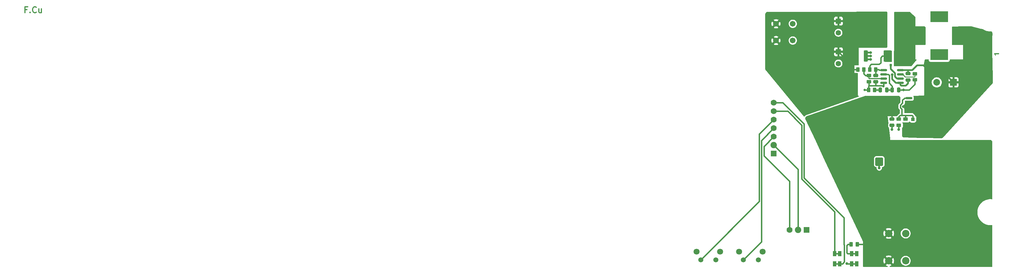
<source format=gbr>
%TF.GenerationSoftware,KiCad,Pcbnew,8.0.7-8.0.7-0~ubuntu24.04.1*%
%TF.CreationDate,2025-01-13T21:05:38-08:00*%
%TF.ProjectId,NX-J401-Adapter,4e582d4a-3430-4312-9d41-646170746572,4*%
%TF.SameCoordinates,Original*%
%TF.FileFunction,Copper,L1,Top*%
%TF.FilePolarity,Positive*%
%FSLAX46Y46*%
G04 Gerber Fmt 4.6, Leading zero omitted, Abs format (unit mm)*
G04 Created by KiCad (PCBNEW 8.0.7-8.0.7-0~ubuntu24.04.1) date 2025-01-13 21:05:38*
%MOMM*%
%LPD*%
G01*
G04 APERTURE LIST*
G04 Aperture macros list*
%AMRoundRect*
0 Rectangle with rounded corners*
0 $1 Rounding radius*
0 $2 $3 $4 $5 $6 $7 $8 $9 X,Y pos of 4 corners*
0 Add a 4 corners polygon primitive as box body*
4,1,4,$2,$3,$4,$5,$6,$7,$8,$9,$2,$3,0*
0 Add four circle primitives for the rounded corners*
1,1,$1+$1,$2,$3*
1,1,$1+$1,$4,$5*
1,1,$1+$1,$6,$7*
1,1,$1+$1,$8,$9*
0 Add four rect primitives between the rounded corners*
20,1,$1+$1,$2,$3,$4,$5,0*
20,1,$1+$1,$4,$5,$6,$7,0*
20,1,$1+$1,$6,$7,$8,$9,0*
20,1,$1+$1,$8,$9,$2,$3,0*%
%AMFreePoly0*
4,1,18,2.145000,-2.250000,-2.145000,-2.250000,-2.805000,-2.250000,-2.805000,-1.590000,-2.145000,-1.590000,-2.145000,-0.970000,-2.805000,-0.970000,-2.805000,-0.310000,-2.145000,-0.310000,-2.145000,0.310000,-2.805000,0.310000,-2.805000,0.970000,-2.145000,0.970000,-2.145000,1.590000,-2.805000,1.590000,-2.805000,2.250000,2.145000,2.250000,2.145000,-2.250000,2.145000,-2.250000,$1*%
G04 Aperture macros list end*
%ADD10C,0.300000*%
%TA.AperFunction,NonConductor*%
%ADD11C,0.300000*%
%TD*%
%TA.AperFunction,SMDPad,CuDef*%
%ADD12RoundRect,0.250000X2.050000X0.300000X-2.050000X0.300000X-2.050000X-0.300000X2.050000X-0.300000X0*%
%TD*%
%TA.AperFunction,SMDPad,CuDef*%
%ADD13RoundRect,0.250000X2.025000X2.375000X-2.025000X2.375000X-2.025000X-2.375000X2.025000X-2.375000X0*%
%TD*%
%TA.AperFunction,SMDPad,CuDef*%
%ADD14RoundRect,0.250002X4.449998X5.149998X-4.449998X5.149998X-4.449998X-5.149998X4.449998X-5.149998X0*%
%TD*%
%TA.AperFunction,SMDPad,CuDef*%
%ADD15R,0.750000X0.660000*%
%TD*%
%TA.AperFunction,SMDPad,CuDef*%
%ADD16FreePoly0,180.000000*%
%TD*%
%TA.AperFunction,SMDPad,CuDef*%
%ADD17RoundRect,0.250000X-0.450000X0.262500X-0.450000X-0.262500X0.450000X-0.262500X0.450000X0.262500X0*%
%TD*%
%TA.AperFunction,SMDPad,CuDef*%
%ADD18R,1.090000X1.500000*%
%TD*%
%TA.AperFunction,ComponentPad*%
%ADD19R,1.600000X1.600000*%
%TD*%
%TA.AperFunction,ComponentPad*%
%ADD20C,1.600000*%
%TD*%
%TA.AperFunction,ComponentPad*%
%ADD21C,1.498600*%
%TD*%
%TA.AperFunction,ComponentPad*%
%ADD22C,1.803400*%
%TD*%
%TA.AperFunction,SMDPad,CuDef*%
%ADD23RoundRect,0.250000X-0.475000X0.250000X-0.475000X-0.250000X0.475000X-0.250000X0.475000X0.250000X0*%
%TD*%
%TA.AperFunction,ComponentPad*%
%ADD24C,2.200000*%
%TD*%
%TA.AperFunction,SMDPad,CuDef*%
%ADD25RoundRect,0.250000X0.450000X-0.262500X0.450000X0.262500X-0.450000X0.262500X-0.450000X-0.262500X0*%
%TD*%
%TA.AperFunction,SMDPad,CuDef*%
%ADD26RoundRect,0.250000X0.262500X0.450000X-0.262500X0.450000X-0.262500X-0.450000X0.262500X-0.450000X0*%
%TD*%
%TA.AperFunction,ComponentPad*%
%ADD27R,1.778000X1.778000*%
%TD*%
%TA.AperFunction,ComponentPad*%
%ADD28C,1.905000*%
%TD*%
%TA.AperFunction,ComponentPad*%
%ADD29C,1.778000*%
%TD*%
%TA.AperFunction,SMDPad,CuDef*%
%ADD30RoundRect,0.150000X0.825000X0.150000X-0.825000X0.150000X-0.825000X-0.150000X0.825000X-0.150000X0*%
%TD*%
%TA.AperFunction,SMDPad,CuDef*%
%ADD31RoundRect,0.250000X0.900000X-1.000000X0.900000X1.000000X-0.900000X1.000000X-0.900000X-1.000000X0*%
%TD*%
%TA.AperFunction,SMDPad,CuDef*%
%ADD32RoundRect,0.250000X-0.262500X-0.450000X0.262500X-0.450000X0.262500X0.450000X-0.262500X0.450000X0*%
%TD*%
%TA.AperFunction,ComponentPad*%
%ADD33R,2.000000X2.000000*%
%TD*%
%TA.AperFunction,ComponentPad*%
%ADD34C,2.000000*%
%TD*%
%TA.AperFunction,SMDPad,CuDef*%
%ADD35RoundRect,0.250000X0.300000X-0.300000X0.300000X0.300000X-0.300000X0.300000X-0.300000X-0.300000X0*%
%TD*%
%TA.AperFunction,ComponentPad*%
%ADD36C,1.701800*%
%TD*%
%TA.AperFunction,SMDPad,CuDef*%
%ADD37RoundRect,0.150000X-0.825000X-0.150000X0.825000X-0.150000X0.825000X0.150000X-0.825000X0.150000X0*%
%TD*%
%TA.AperFunction,SMDPad,CuDef*%
%ADD38RoundRect,0.250000X-0.362500X-1.425000X0.362500X-1.425000X0.362500X1.425000X-0.362500X1.425000X0*%
%TD*%
%TA.AperFunction,SMDPad,CuDef*%
%ADD39RoundRect,0.250000X0.250000X0.475000X-0.250000X0.475000X-0.250000X-0.475000X0.250000X-0.475000X0*%
%TD*%
%TA.AperFunction,SMDPad,CuDef*%
%ADD40RoundRect,0.250000X-0.250000X-0.475000X0.250000X-0.475000X0.250000X0.475000X-0.250000X0.475000X0*%
%TD*%
%TA.AperFunction,SMDPad,CuDef*%
%ADD41R,3.265000X5.210000*%
%TD*%
%TA.AperFunction,SMDPad,CuDef*%
%ADD42R,5.210000X3.275000*%
%TD*%
%TA.AperFunction,ViaPad*%
%ADD43C,0.812800*%
%TD*%
%TA.AperFunction,ViaPad*%
%ADD44C,0.711200*%
%TD*%
%TA.AperFunction,Conductor*%
%ADD45C,0.254000*%
%TD*%
%TA.AperFunction,Conductor*%
%ADD46C,0.381000*%
%TD*%
%TA.AperFunction,Conductor*%
%ADD47C,0.508000*%
%TD*%
%TA.AperFunction,Conductor*%
%ADD48C,0.762000*%
%TD*%
%TA.AperFunction,Conductor*%
%ADD49C,0.304800*%
%TD*%
G04 APERTURE END LIST*
D10*
D11*
G36*
X323595000Y-94382815D02*
G01*
X323595000Y-94699720D01*
X322738073Y-94699720D01*
X322662367Y-94698687D01*
X322597023Y-94696789D01*
X322519867Y-94693940D01*
X322443517Y-94691294D01*
X322488213Y-94736723D01*
X322538663Y-94793063D01*
X322545000Y-94800471D01*
X322682020Y-94972662D01*
X322492976Y-95126168D01*
X322094371Y-94642934D01*
X322094371Y-94382815D01*
X323595000Y-94382815D01*
G37*
D10*
D11*
X33217368Y-81385474D02*
X32624701Y-81385474D01*
X32624701Y-82316807D02*
X32624701Y-80538807D01*
X32624701Y-80538807D02*
X33471368Y-80538807D01*
X34148701Y-82147474D02*
X34233368Y-82232141D01*
X34233368Y-82232141D02*
X34148701Y-82316807D01*
X34148701Y-82316807D02*
X34064034Y-82232141D01*
X34064034Y-82232141D02*
X34148701Y-82147474D01*
X34148701Y-82147474D02*
X34148701Y-82316807D01*
X36011368Y-82147474D02*
X35926701Y-82232141D01*
X35926701Y-82232141D02*
X35672701Y-82316807D01*
X35672701Y-82316807D02*
X35503368Y-82316807D01*
X35503368Y-82316807D02*
X35249368Y-82232141D01*
X35249368Y-82232141D02*
X35080035Y-82062807D01*
X35080035Y-82062807D02*
X34995368Y-81893474D01*
X34995368Y-81893474D02*
X34910701Y-81554807D01*
X34910701Y-81554807D02*
X34910701Y-81300807D01*
X34910701Y-81300807D02*
X34995368Y-80962141D01*
X34995368Y-80962141D02*
X35080035Y-80792807D01*
X35080035Y-80792807D02*
X35249368Y-80623474D01*
X35249368Y-80623474D02*
X35503368Y-80538807D01*
X35503368Y-80538807D02*
X35672701Y-80538807D01*
X35672701Y-80538807D02*
X35926701Y-80623474D01*
X35926701Y-80623474D02*
X36011368Y-80708141D01*
X37535368Y-81131474D02*
X37535368Y-82316807D01*
X36773368Y-81131474D02*
X36773368Y-82062807D01*
X36773368Y-82062807D02*
X36858035Y-82232141D01*
X36858035Y-82232141D02*
X37027368Y-82316807D01*
X37027368Y-82316807D02*
X37281368Y-82316807D01*
X37281368Y-82316807D02*
X37450701Y-82232141D01*
X37450701Y-82232141D02*
X37535368Y-82147474D01*
D12*
%TO.P,D1,1,A*%
%TO.N,/Power Supply/SW*%
X294640000Y-89916000D03*
D13*
%TO.P,D1,2,K*%
%TO.N,/+18V_OUT*%
X287915000Y-90151000D03*
X287915000Y-84601000D03*
D14*
X285490000Y-87376000D03*
D13*
X283065000Y-90151000D03*
X283065000Y-84601000D03*
D12*
%TO.P,D1,3,A*%
%TO.N,/Power Supply/SW*%
X294640000Y-84836000D03*
%TD*%
D15*
%TO.P,Q1,1,S*%
%TO.N,/Power Supply/Q_S*%
X291195000Y-94092000D03*
%TO.P,Q1,2,S*%
X291195000Y-95372000D03*
%TO.P,Q1,3,S*%
X291195000Y-96652000D03*
%TO.P,Q1,4,G*%
%TO.N,Net-(Q1-G)*%
X291195000Y-97932000D03*
D16*
%TO.P,Q1,5,D*%
%TO.N,/Power Supply/SW*%
X294265000Y-96012000D03*
%TD*%
D17*
%TO.P,R8,1*%
%TO.N,Net-(D2-A)*%
X295656000Y-114149500D03*
%TO.P,R8,2*%
%TO.N,/Power Supply/V_IN*%
X295656000Y-115974500D03*
%TD*%
D18*
%TO.P,D5,1,Red-K*%
%TO.N,Net-(D5A-Red-K)*%
X281027000Y-154432000D03*
%TO.P,D5,2,RedA*%
%TO.N,GND*%
X281027000Y-157432000D03*
%TO.P,D5,3,Green-A*%
%TO.N,Net-(D5A-Red-K)*%
X279527000Y-154432000D03*
%TO.P,D5,4,Green-K*%
%TO.N,GND*%
X279527000Y-157432000D03*
%TD*%
D19*
%TO.P,C2,1*%
%TO.N,/+18V_OUT*%
X275590000Y-93980000D03*
D20*
%TO.P,C2,2*%
%TO.N,GND*%
X275590000Y-97480000D03*
%TD*%
D21*
%TO.P,SW1,1,1*%
%TO.N,/~{REC}*%
X234478000Y-156285700D03*
%TO.P,SW1,2,2*%
%TO.N,/RTN*%
X238978001Y-156285700D03*
D22*
%TO.P,SW1,3*%
%TO.N,N/C*%
X233228001Y-153785824D03*
%TO.P,SW1,4*%
X240228000Y-153785824D03*
%TD*%
D23*
%TO.P,C8,1*%
%TO.N,/V_BAT*%
X291592000Y-114112000D03*
%TO.P,C8,2*%
%TO.N,GND*%
X291592000Y-116012000D03*
%TD*%
D19*
%TO.P,C1,1*%
%TO.N,/+18V_OUT*%
X275590000Y-84785200D03*
D20*
%TO.P,C1,2*%
%TO.N,GND*%
X275590000Y-88285200D03*
%TD*%
D24*
%TO.P,J4,1,Pin_1*%
%TO.N,/V_BAT*%
X290601400Y-148365600D03*
X290601400Y-156565600D03*
%TO.P,J4,2,Pin_2*%
%TO.N,GND*%
X295681400Y-148365600D03*
X295681400Y-156565600D03*
%TD*%
D25*
%TO.P,R5,1*%
%TO.N,GND*%
X284708600Y-102918900D03*
%TO.P,R5,2*%
%TO.N,Net-(U1-FB)*%
X284708600Y-101093900D03*
%TD*%
D26*
%TO.P,R2,1*%
%TO.N,Net-(U1-FB)*%
X283182700Y-99288600D03*
%TO.P,R2,2*%
%TO.N,/+18V_OUT*%
X281357700Y-99288600D03*
%TD*%
D27*
%TO.P,J3,1,Pin_1*%
%TO.N,/RTN*%
X266065000Y-147320000D03*
D28*
%TO.P,J3,2,Pin_2*%
%TO.N,/UART2_RXD*%
X263525000Y-147320000D03*
D29*
%TO.P,J3,3,Pin_3*%
%TO.N,/UART2_TXD*%
X260985000Y-147320000D03*
%TD*%
D30*
%TO.P,Q2,1,S*%
%TO.N,/Power Supply/V_IN*%
X296607000Y-111633000D03*
%TO.P,Q2,2,S*%
X296607000Y-110363000D03*
%TO.P,Q2,3,S*%
X296607000Y-109093000D03*
%TO.P,Q2,4,G*%
%TO.N,Net-(D2-A)*%
X296607000Y-107823000D03*
%TO.P,Q2,5,D*%
%TO.N,/V_BAT*%
X291657000Y-107823000D03*
%TO.P,Q2,6,D*%
X291657000Y-109093000D03*
%TO.P,Q2,7,D*%
X291657000Y-110363000D03*
%TO.P,Q2,8,D*%
X291657000Y-111633000D03*
%TD*%
D21*
%TO.P,SW2,1,1*%
%TO.N,/~{SYS_RESET}*%
X247178000Y-156285700D03*
%TO.P,SW2,2,2*%
%TO.N,/RTN*%
X251678001Y-156285700D03*
D22*
%TO.P,SW2,3*%
%TO.N,N/C*%
X245928001Y-153785824D03*
%TO.P,SW2,4*%
X252928000Y-153785824D03*
%TD*%
D31*
%TO.P,D3,1,A1*%
%TO.N,GND*%
X287782000Y-126864000D03*
%TO.P,D3,2,A2*%
%TO.N,/V_BAT*%
X287782000Y-122564000D03*
%TD*%
D25*
%TO.P,R4,1*%
%TO.N,GND*%
X298450000Y-102385540D03*
%TO.P,R4,2*%
%TO.N,Net-(U1-FA{slash}SD)*%
X298450000Y-100560540D03*
%TD*%
D27*
%TO.P,J2,1,Pin_1*%
%TO.N,/RTN*%
X256272500Y-124460000D03*
D28*
%TO.P,J2,2,Pin_2*%
%TO.N,/UART2_RXD*%
X256272500Y-121920000D03*
D29*
%TO.P,J2,3,Pin_3*%
%TO.N,/UART2_TXD*%
X256272500Y-119380000D03*
%TO.P,J2,4,Pin_4*%
%TO.N,/~{SYS_RESET}*%
X256272500Y-116840000D03*
%TO.P,J2,5,Pin_5*%
%TO.N,/~{REC}*%
X256272500Y-114300000D03*
%TO.P,J2,6,Pin_6*%
%TO.N,Net-(D4A-Red-K)*%
X256272500Y-111760000D03*
%TO.P,J2,7,Pin_7*%
%TO.N,Net-(D4A-RedA)*%
X256272500Y-109220000D03*
%TD*%
D32*
%TO.P,R9,1*%
%TO.N,Net-(D5A-Red-K)*%
X279376500Y-151663400D03*
%TO.P,R9,2*%
%TO.N,/V_BAT*%
X281201500Y-151663400D03*
%TD*%
D33*
%TO.P,C5,1*%
%TO.N,/Power Supply/V_IN*%
X309961677Y-103124000D03*
D34*
%TO.P,C5,2*%
%TO.N,GND*%
X304961677Y-103124000D03*
%TD*%
D35*
%TO.P,D2,1,K*%
%TO.N,/Power Supply/V_IN*%
X297815000Y-116970000D03*
%TO.P,D2,2,A*%
%TO.N,Net-(D2-A)*%
X297815000Y-114170000D03*
%TD*%
D36*
%TO.P,J1,1,Pin_1*%
%TO.N,/+18V_OUT*%
X256946400Y-85594200D03*
X256946400Y-90594200D03*
%TO.P,J1,2,Pin_2*%
%TO.N,GND*%
X261946400Y-85594200D03*
X261946400Y-90594200D03*
%TD*%
D37*
%TO.P,U1,1,I_{SEN}*%
%TO.N,Net-(U1-I_{SEN})*%
X289117000Y-99441000D03*
%TO.P,U1,2,COMP*%
%TO.N,Net-(U1-COMP)*%
X289117000Y-100711000D03*
%TO.P,U1,3,FB*%
%TO.N,Net-(U1-FB)*%
X289117000Y-101981000D03*
%TO.P,U1,4,AGND*%
%TO.N,GND*%
X289117000Y-103251000D03*
%TO.P,U1,5,PGND*%
X294067000Y-103251000D03*
%TO.P,U1,6,DR*%
%TO.N,Net-(Q1-G)*%
X294067000Y-101981000D03*
%TO.P,U1,7,FA/SD*%
%TO.N,Net-(U1-FA{slash}SD)*%
X294067000Y-100711000D03*
%TO.P,U1,8,V_{IN}*%
%TO.N,/Power Supply/V_IN*%
X294067000Y-99441000D03*
%TD*%
D32*
%TO.P,R6,1*%
%TO.N,GND*%
X284583500Y-105410000D03*
%TO.P,R6,2*%
%TO.N,Net-(C6-Pad2)*%
X286408500Y-105410000D03*
%TD*%
D38*
%TO.P,R1,1*%
%TO.N,GND*%
X283803500Y-95250000D03*
%TO.P,R1,2*%
%TO.N,/Power Supply/Q_S*%
X289728500Y-95250000D03*
%TD*%
D32*
%TO.P,R3,1*%
%TO.N,/Power Supply/Q_S*%
X284915600Y-99288600D03*
%TO.P,R3,2*%
%TO.N,Net-(U1-I_{SEN})*%
X286740600Y-99288600D03*
%TD*%
D39*
%TO.P,C6,1*%
%TO.N,Net-(U1-COMP)*%
X290002000Y-105410000D03*
%TO.P,C6,2*%
%TO.N,Net-(C6-Pad2)*%
X288102000Y-105410000D03*
%TD*%
D23*
%TO.P,C4,1*%
%TO.N,Net-(U1-I_{SEN})*%
X286740600Y-101056400D03*
%TO.P,C4,2*%
%TO.N,GND*%
X286740600Y-102956400D03*
%TD*%
D40*
%TO.P,C7,1*%
%TO.N,Net-(U1-COMP)*%
X291658000Y-105410000D03*
%TO.P,C7,2*%
%TO.N,GND*%
X293558000Y-105410000D03*
%TD*%
D25*
%TO.P,R7,1*%
%TO.N,GND*%
X293624000Y-115974500D03*
%TO.P,R7,2*%
%TO.N,Net-(D2-A)*%
X293624000Y-114149500D03*
%TD*%
D41*
%TO.P,L1,1,1*%
%TO.N,/Power Supply/V_IN*%
X311427500Y-89154000D03*
%TO.P,L1,2,2*%
%TO.N,/Power Supply/SW*%
X299962500Y-89154000D03*
D42*
%TO.P,L1,3,3*%
%TO.N,GND*%
X305695000Y-94831500D03*
%TO.P,L1,4,4*%
X305695000Y-83476500D03*
%TD*%
D18*
%TO.P,D4,1,Red-K*%
%TO.N,Net-(D4A-Red-K)*%
X275947000Y-154432000D03*
%TO.P,D4,2,RedA*%
%TO.N,Net-(D4A-RedA)*%
X275947000Y-157432000D03*
%TO.P,D4,3,Green-A*%
%TO.N,Net-(D4A-Red-K)*%
X274447000Y-154432000D03*
%TO.P,D4,4,Green-K*%
%TO.N,Net-(D4A-RedA)*%
X274447000Y-157432000D03*
%TD*%
D23*
%TO.P,C3,1*%
%TO.N,/Power Supply/V_IN*%
X296418000Y-100523040D03*
%TO.P,C3,2*%
%TO.N,GND*%
X296418000Y-102423040D03*
%TD*%
D43*
%TO.N,GND*%
X291592000Y-117221010D03*
X285242000Y-96266000D03*
X285241982Y-94234000D03*
X278130000Y-157353000D03*
D44*
X283438600Y-105359200D03*
X289052000Y-104266998D03*
D43*
X305714400Y-83515200D03*
X291605822Y-100813988D03*
X287782000Y-128778000D03*
X285242000Y-95250000D03*
X305714400Y-94843600D03*
X294995600Y-105410000D03*
X293624000Y-117221000D03*
%TO.N,/+18V_OUT*%
X279146000Y-91948000D03*
X279146000Y-84836000D03*
X280162000Y-86614000D03*
X280162000Y-83058000D03*
X280162000Y-90170000D03*
X279146000Y-88392000D03*
%TO.N,/Power Supply/V_IN*%
X294970204Y-110362988D03*
X313690000Y-89154000D03*
X298323000Y-111633000D03*
X313690000Y-87122000D03*
X298323034Y-109093000D03*
X299720008Y-110388408D03*
X313690000Y-91186000D03*
%TO.N,/V_BAT*%
X290068000Y-107848400D03*
X287782000Y-120650000D03*
X293370000Y-111633000D03*
X291592000Y-112828307D03*
X290068000Y-110388400D03*
X293370000Y-109067600D03*
%TD*%
D45*
%TO.N,GND*%
X283803500Y-95250000D02*
X283803500Y-94656500D01*
D46*
X286740600Y-104089200D02*
X288874202Y-104089200D01*
X293558000Y-105410000D02*
X294995600Y-105410000D01*
D47*
X295732200Y-104140000D02*
X296418000Y-103454200D01*
D45*
X283803500Y-95250000D02*
X283803500Y-95843500D01*
X283972000Y-94488000D02*
X283803500Y-94656500D01*
X283803500Y-94656500D02*
X284226000Y-94234000D01*
D48*
X305702300Y-94831500D02*
X305714400Y-94843600D01*
D47*
X291605822Y-102147222D02*
X291605822Y-100813988D01*
X284226000Y-94234000D02*
X285241982Y-94234000D01*
D46*
X293624000Y-115974500D02*
X293624000Y-117221000D01*
D47*
X283803500Y-95250000D02*
X285242000Y-95250000D01*
D46*
X284708600Y-102918900D02*
X284708600Y-104089200D01*
X291592000Y-116012000D02*
X291592000Y-117221010D01*
D45*
X283803500Y-95843500D02*
X284226000Y-96266000D01*
D47*
X284226000Y-96266000D02*
X285242000Y-96266000D01*
D46*
X289117000Y-103251000D02*
X289117000Y-104201998D01*
X288874202Y-104089200D02*
X289052000Y-104266998D01*
X279527000Y-157432000D02*
X278209000Y-157432000D01*
X286740600Y-102956400D02*
X286740600Y-104089200D01*
X289052000Y-104089200D02*
X289052000Y-104266998D01*
X279527000Y-157432000D02*
X281027000Y-157432000D01*
X284708600Y-104089200D02*
X286740600Y-104089200D01*
X298450000Y-102385540D02*
X298450000Y-103708200D01*
D47*
X287782000Y-126864000D02*
X287782000Y-128778000D01*
D46*
X296748200Y-105410000D02*
X294995600Y-105410000D01*
D47*
X294067000Y-103251000D02*
X294067000Y-103897200D01*
D46*
X283489400Y-105410000D02*
X283438600Y-105359200D01*
D47*
X294309800Y-104140000D02*
X295732200Y-104140000D01*
D46*
X278209000Y-157432000D02*
X278130000Y-157353000D01*
X298450000Y-103708200D02*
X296748200Y-105410000D01*
D47*
X294067000Y-103897200D02*
X294309800Y-104140000D01*
D46*
X284583500Y-104214300D02*
X284708600Y-104089200D01*
D48*
X305695000Y-83495800D02*
X305714400Y-83515200D01*
D47*
X296418000Y-103454200D02*
X296418000Y-102423040D01*
D48*
X305695000Y-83476500D02*
X305695000Y-83495800D01*
D46*
X289117000Y-104201998D02*
X289052000Y-104266998D01*
D47*
X294067000Y-103251000D02*
X292709600Y-103251000D01*
D46*
X284583500Y-105410000D02*
X284583500Y-104214300D01*
X284583500Y-105410000D02*
X283489400Y-105410000D01*
D47*
X292709600Y-103251000D02*
X291605822Y-102147222D01*
D48*
X305695000Y-94831500D02*
X305702300Y-94831500D01*
D46*
%TO.N,/+18V_OUT*%
X278765000Y-98729800D02*
X278765000Y-97155000D01*
X278765000Y-97155000D02*
X275590000Y-93980000D01*
X279323800Y-99288600D02*
X278765000Y-98729800D01*
X281357700Y-99288600D02*
X279323800Y-99288600D01*
%TO.N,/Power Supply/V_IN*%
X296607000Y-109093000D02*
X298323034Y-109093000D01*
D47*
X297611800Y-99441000D02*
X299059600Y-97993200D01*
D46*
X299085000Y-114681000D02*
X297815000Y-115951000D01*
D47*
X296418000Y-99441000D02*
X297611800Y-99441000D01*
D46*
X297307000Y-118364000D02*
X297815000Y-117856000D01*
X295656000Y-115974500D02*
X295656000Y-117856000D01*
D47*
X296418000Y-100523040D02*
X296418000Y-99441000D01*
D46*
X296164000Y-118364000D02*
X297307000Y-118364000D01*
D47*
X304830877Y-97993200D02*
X309961677Y-103124000D01*
D46*
X296606988Y-110362988D02*
X296607000Y-110363000D01*
X298323000Y-111633000D02*
X299085000Y-112395000D01*
X299085000Y-112395000D02*
X299085000Y-114681000D01*
X294970204Y-110362988D02*
X296606988Y-110362988D01*
X297815000Y-117856000D02*
X297815000Y-116970000D01*
X296607000Y-111633000D02*
X298323000Y-111633000D01*
X297815000Y-115951000D02*
X297815000Y-116970000D01*
X295656000Y-117856000D02*
X296164000Y-118364000D01*
D47*
X294067000Y-99441000D02*
X296418000Y-99441000D01*
D46*
X296607000Y-110363000D02*
X299694600Y-110363000D01*
X299694600Y-110363000D02*
X299720008Y-110388408D01*
D47*
X299059600Y-97993200D02*
X304830877Y-97993200D01*
D46*
%TO.N,Net-(U1-I_{SEN})*%
X286740600Y-101056400D02*
X286740600Y-99288600D01*
X287807400Y-99441000D02*
X287655000Y-99288600D01*
X289117000Y-99441000D02*
X287807400Y-99441000D01*
X287655000Y-99288600D02*
X286740600Y-99288600D01*
%TO.N,Net-(C6-Pad2)*%
X286408500Y-105410000D02*
X288102000Y-105410000D01*
%TO.N,Net-(D4A-Red-K)*%
X275947000Y-154432000D02*
X274447000Y-154432000D01*
X274447000Y-141859000D02*
X264668000Y-132080000D01*
X264668000Y-132080000D02*
X264668000Y-115951000D01*
X264668000Y-115951000D02*
X260477000Y-111760000D01*
X260477000Y-111760000D02*
X256272500Y-111760000D01*
X274447000Y-154432000D02*
X274447000Y-141859000D01*
%TO.N,Net-(U1-COMP)*%
X290474400Y-100711000D02*
X290779200Y-101015800D01*
X289117000Y-100711000D02*
X290474400Y-100711000D01*
X290779200Y-103378000D02*
X291658000Y-104256800D01*
X290002000Y-105410000D02*
X291658000Y-105410000D01*
X290779200Y-101015800D02*
X290779200Y-103378000D01*
X291658000Y-104256800D02*
X291658000Y-105410000D01*
%TO.N,/V_BAT*%
X281201500Y-151663400D02*
X287303600Y-151663400D01*
X290093400Y-107823000D02*
X290068000Y-107848400D01*
X291657000Y-110363000D02*
X290093400Y-110363000D01*
X291592000Y-111698000D02*
X291657000Y-111633000D01*
D47*
X287782000Y-122564000D02*
X287782000Y-120650000D01*
D46*
X291657000Y-107823000D02*
X290093400Y-107823000D01*
X291657000Y-109093000D02*
X293344600Y-109093000D01*
X291592000Y-112828307D02*
X291592000Y-111698000D01*
X290093400Y-110363000D02*
X290068000Y-110388400D01*
X291657000Y-111633000D02*
X293370000Y-111633000D01*
X287303600Y-151663400D02*
X290601400Y-148365600D01*
X291592000Y-114112000D02*
X291592000Y-112828307D01*
X293344600Y-109093000D02*
X293370000Y-109067600D01*
%TO.N,/Power Supply/SW*%
X300017500Y-89154000D02*
X300017500Y-88232300D01*
X300017500Y-89154000D02*
X300017500Y-90126500D01*
X300017500Y-89154000D02*
X300017500Y-88246900D01*
X300017545Y-89153955D02*
X300017545Y-89153910D01*
X300017498Y-89153998D02*
X300017498Y-89153996D01*
X300017500Y-89154000D02*
X300017498Y-89153998D01*
X300017500Y-89154000D02*
X300017545Y-89153955D01*
%TO.N,Net-(D2-A)*%
X294106600Y-109931200D02*
X294106600Y-110744000D01*
X294716200Y-109321600D02*
X294106600Y-109931200D01*
X294106600Y-110744000D02*
X294538400Y-111175800D01*
X295325800Y-107823000D02*
X294716200Y-108432600D01*
X294538400Y-113030000D02*
X294386000Y-113030000D01*
X297561000Y-113030000D02*
X295656000Y-113030000D01*
X295656000Y-113030000D02*
X294640000Y-113030000D01*
X297815000Y-114170000D02*
X297815000Y-113284000D01*
X296607000Y-107823000D02*
X295325800Y-107823000D01*
X294716200Y-108432600D02*
X294716200Y-109321600D01*
X294640000Y-113030000D02*
X294538400Y-113030000D01*
X295656000Y-114149500D02*
X295656000Y-113030000D01*
X294386000Y-113030000D02*
X294005000Y-113030000D01*
X294005000Y-113030000D02*
X293624000Y-113411000D01*
X293624000Y-113411000D02*
X293624000Y-114149500D01*
X294538400Y-111175800D02*
X294538400Y-113030000D01*
X297815000Y-113284000D02*
X297561000Y-113030000D01*
%TO.N,/~{REC}*%
X251968000Y-118604500D02*
X256272500Y-114300000D01*
X234478000Y-156285700D02*
X251968000Y-138795700D01*
X251968000Y-138795700D02*
X251968000Y-118604500D01*
%TO.N,/UART2_TXD*%
X253365000Y-125095000D02*
X253365000Y-122287500D01*
X260985000Y-132715000D02*
X253365000Y-125095000D01*
X260985000Y-147320000D02*
X260985000Y-132715000D01*
X253365000Y-122287500D02*
X256272500Y-119380000D01*
%TO.N,/~{SYS_RESET}*%
X252603000Y-120509500D02*
X256272500Y-116840000D01*
X247178000Y-156285700D02*
X252603000Y-150860700D01*
X252603000Y-150860700D02*
X252603000Y-120509500D01*
%TO.N,/UART2_RXD*%
X263525000Y-129172500D02*
X256272500Y-121920000D01*
X263525000Y-147320000D02*
X263525000Y-129172500D01*
D47*
%TO.N,Net-(Q1-G)*%
X294067000Y-101981000D02*
X293092001Y-101981000D01*
X292520222Y-101409221D02*
X292520222Y-100435231D01*
X291195000Y-99110009D02*
X291195000Y-97932000D01*
X293092001Y-101981000D02*
X292520222Y-101409221D01*
X292520222Y-100435231D02*
X291195000Y-99110009D01*
D49*
%TO.N,Net-(U1-FB)*%
X284708600Y-101093900D02*
X284708600Y-101930200D01*
X284778400Y-102000000D02*
X285491298Y-102000000D01*
D46*
X283182700Y-99288600D02*
X283182700Y-100607500D01*
D49*
X284708600Y-101930200D02*
X284778400Y-102000000D01*
X285491298Y-102000000D02*
X285492198Y-102000900D01*
X289097100Y-102000900D02*
X289117000Y-101981000D01*
X285492198Y-102000900D02*
X289097100Y-102000900D01*
D46*
X283669100Y-101093900D02*
X284708600Y-101093900D01*
X283182700Y-100607500D02*
X283669100Y-101093900D01*
D45*
%TO.N,Net-(U1-FA{slash}SD)*%
X298450000Y-101320600D02*
X298450000Y-100560540D01*
X294741600Y-100711000D02*
X295503600Y-101473000D01*
X294067000Y-100711000D02*
X294741600Y-100711000D01*
X298297600Y-101473000D02*
X298450000Y-101320600D01*
X295503600Y-101473000D02*
X298297600Y-101473000D01*
D46*
%TO.N,/Power Supply/Q_S*%
X288239200Y-97231200D02*
X288239200Y-95707200D01*
X288696400Y-95250000D02*
X289728500Y-95250000D01*
X285369000Y-97713800D02*
X287756600Y-97713800D01*
X284915600Y-98167200D02*
X285369000Y-97713800D01*
X287756600Y-97713800D02*
X288239200Y-97231200D01*
X284915600Y-99288600D02*
X284915600Y-98167200D01*
X288239200Y-95707200D02*
X288696400Y-95250000D01*
%TO.N,Net-(D5A-Red-K)*%
X278409400Y-151663400D02*
X279376500Y-151663400D01*
X278384000Y-154432000D02*
X278130000Y-154178000D01*
X279527000Y-154432000D02*
X278384000Y-154432000D01*
X278130000Y-151942800D02*
X278409400Y-151663400D01*
X278130000Y-154178000D02*
X278130000Y-151942800D01*
X281027000Y-154432000D02*
X279527000Y-154432000D01*
%TO.N,Net-(D4A-RedA)*%
X274447000Y-157432000D02*
X275947000Y-157432000D01*
X277241000Y-143637000D02*
X265303000Y-131699000D01*
X277241000Y-151679774D02*
X277241000Y-143637000D01*
X277368000Y-156845000D02*
X277368000Y-151806774D01*
X265303000Y-131699000D02*
X265303000Y-115570000D01*
X275947000Y-157432000D02*
X276781000Y-157432000D01*
X265303000Y-115570000D02*
X258953000Y-109220000D01*
X276781000Y-157432000D02*
X277368000Y-156845000D01*
X277368000Y-151806774D02*
X277241000Y-151679774D01*
X258953000Y-109220000D02*
X256272500Y-109220000D01*
%TD*%
%TA.AperFunction,Conductor*%
%TO.N,/Power Supply/SW*%
G36*
X296992878Y-82061685D02*
G01*
X297013034Y-82077836D01*
X298546196Y-83594149D01*
X298580019Y-83655285D01*
X298583000Y-83682312D01*
X298583000Y-86360000D01*
X301291816Y-86360000D01*
X301358855Y-86379685D01*
X301379011Y-86395836D01*
X301562795Y-86577600D01*
X301596619Y-86638737D01*
X301599600Y-86665764D01*
X301599600Y-91824000D01*
X301579915Y-91891039D01*
X301527111Y-91936794D01*
X301475600Y-91948000D01*
X298583000Y-91948000D01*
X298583000Y-96266000D01*
X298767463Y-96266000D01*
X298834502Y-96285685D01*
X298880257Y-96338489D01*
X298890201Y-96407647D01*
X298865469Y-96465966D01*
X297522481Y-98198586D01*
X297465852Y-98239513D01*
X297423294Y-98246614D01*
X292275022Y-98197583D01*
X292208173Y-98177261D01*
X292162923Y-98124024D01*
X292152211Y-98072182D01*
X292201600Y-93726000D01*
X292201600Y-82166000D01*
X292221285Y-82098961D01*
X292274089Y-82053206D01*
X292325600Y-82042000D01*
X296925839Y-82042000D01*
X296992878Y-82061685D01*
G37*
%TD.AperFunction*%
%TD*%
%TA.AperFunction,Conductor*%
%TO.N,/Power Supply/Q_S*%
G36*
X291220629Y-93575125D02*
G01*
X291309345Y-93589176D01*
X291346230Y-93601161D01*
X291417450Y-93637450D01*
X291448832Y-93660251D01*
X291505348Y-93716767D01*
X291528151Y-93748152D01*
X291564436Y-93819364D01*
X291576425Y-93856262D01*
X291590473Y-93944957D01*
X291592000Y-93964355D01*
X291592000Y-96586444D01*
X291590473Y-96605842D01*
X291576425Y-96694537D01*
X291564436Y-96731435D01*
X291528151Y-96802647D01*
X291505348Y-96834032D01*
X291448832Y-96890548D01*
X291417447Y-96913351D01*
X291346235Y-96949636D01*
X291309337Y-96961625D01*
X291245975Y-96971660D01*
X291220640Y-96975673D01*
X291201244Y-96977200D01*
X289493556Y-96977200D01*
X289474159Y-96975673D01*
X289431306Y-96968886D01*
X289385462Y-96961625D01*
X289348565Y-96949636D01*
X289277351Y-96913350D01*
X289245967Y-96890548D01*
X289189451Y-96834032D01*
X289166650Y-96802650D01*
X289130361Y-96731430D01*
X289118376Y-96694545D01*
X289104325Y-96605829D01*
X289102800Y-96586444D01*
X289102800Y-93964355D01*
X289104324Y-93944971D01*
X289118376Y-93856252D01*
X289130360Y-93819371D01*
X289166651Y-93748146D01*
X289189448Y-93716770D01*
X289245970Y-93660248D01*
X289277346Y-93637451D01*
X289348571Y-93601160D01*
X289385454Y-93589176D01*
X289474169Y-93575125D01*
X289493556Y-93573600D01*
X291201244Y-93573600D01*
X291220629Y-93575125D01*
G37*
%TD.AperFunction*%
%TD*%
%TA.AperFunction,Conductor*%
%TO.N,/Power Supply/V_IN*%
G36*
X315092270Y-86360212D02*
G01*
X315094567Y-86360346D01*
X315155457Y-86363908D01*
X315169828Y-86365596D01*
X315232163Y-86376637D01*
X315239250Y-86378106D01*
X318156705Y-87072739D01*
X318816672Y-87229874D01*
X318856842Y-87247400D01*
X318996951Y-87341018D01*
X318996960Y-87341023D01*
X318996962Y-87341024D01*
X319334063Y-87521208D01*
X319334065Y-87521208D01*
X319334071Y-87521212D01*
X319687229Y-87667495D01*
X320053026Y-87778458D01*
X320053032Y-87778459D01*
X320053035Y-87778460D01*
X320053046Y-87778463D01*
X320288131Y-87825223D01*
X320427937Y-87853032D01*
X320808352Y-87890500D01*
X320808355Y-87890500D01*
X321190603Y-87890500D01*
X321190608Y-87890500D01*
X321258372Y-87883825D01*
X321327016Y-87896843D01*
X321343817Y-87907207D01*
X321359616Y-87918784D01*
X321383315Y-87941548D01*
X321467501Y-88047238D01*
X321484388Y-88075426D01*
X321537855Y-88199512D01*
X321546745Y-88231145D01*
X321566915Y-88373160D01*
X321568143Y-88389580D01*
X321573898Y-89091719D01*
X321564000Y-89126478D01*
X321564000Y-95758000D01*
X321593175Y-95787175D01*
X321626660Y-95848498D01*
X321629490Y-95873840D01*
X321688889Y-103120509D01*
X321688049Y-103135964D01*
X321672342Y-103269938D01*
X321664949Y-103299938D01*
X321619406Y-103418576D01*
X321604827Y-103445815D01*
X321526848Y-103555893D01*
X321517129Y-103567941D01*
X306778179Y-119669314D01*
X306765431Y-119681399D01*
X306647246Y-119778498D01*
X306617293Y-119796696D01*
X306484831Y-119853353D01*
X306450987Y-119862443D01*
X306348388Y-119874877D01*
X306299133Y-119880847D01*
X306281599Y-119881719D01*
X301524290Y-119780929D01*
X300221660Y-119753331D01*
X295218768Y-119647337D01*
X295202827Y-119645967D01*
X295064969Y-119625088D01*
X295034271Y-119616279D01*
X294913741Y-119564096D01*
X294886316Y-119547741D01*
X294783104Y-119466498D01*
X294760768Y-119443683D01*
X294681736Y-119338782D01*
X294665963Y-119311012D01*
X294616344Y-119189403D01*
X294608187Y-119158526D01*
X294590232Y-119020258D01*
X294589200Y-119004290D01*
X294589200Y-116845844D01*
X294608885Y-116778805D01*
X294625519Y-116758163D01*
X294648030Y-116735652D01*
X294673030Y-116710652D01*
X294766115Y-116559738D01*
X294821887Y-116391426D01*
X294832500Y-116287545D01*
X294832499Y-115661456D01*
X294821887Y-115557574D01*
X294766115Y-115389262D01*
X294766111Y-115389256D01*
X294766110Y-115389253D01*
X294684956Y-115257683D01*
X294666515Y-115190291D01*
X294687437Y-115123627D01*
X294741079Y-115078858D01*
X294810410Y-115070196D01*
X294855589Y-115087046D01*
X294883262Y-115104115D01*
X295051574Y-115159887D01*
X295155455Y-115170500D01*
X296156544Y-115170499D01*
X296260426Y-115159887D01*
X296428738Y-115104115D01*
X296579652Y-115011030D01*
X296702482Y-114888199D01*
X296763801Y-114854717D01*
X296833493Y-114859701D01*
X296889427Y-114901572D01*
X296895694Y-114910780D01*
X296915970Y-114943652D01*
X297041348Y-115069030D01*
X297192262Y-115162115D01*
X297360574Y-115217887D01*
X297464455Y-115228500D01*
X298165544Y-115228499D01*
X298269426Y-115217887D01*
X298437738Y-115162115D01*
X298588652Y-115069030D01*
X298714030Y-114943652D01*
X298807115Y-114792738D01*
X298862887Y-114624426D01*
X298873500Y-114520545D01*
X298873499Y-113819456D01*
X298862887Y-113715574D01*
X298807115Y-113547262D01*
X298714030Y-113396348D01*
X298588652Y-113270970D01*
X298588651Y-113270969D01*
X298562196Y-113254652D01*
X298515471Y-113202705D01*
X298505675Y-113173305D01*
X298498874Y-113139115D01*
X298498874Y-113139110D01*
X298491791Y-113103501D01*
X298487138Y-113080109D01*
X298434446Y-112952899D01*
X298357948Y-112838413D01*
X298357945Y-112838409D01*
X298006587Y-112487051D01*
X297938414Y-112441500D01*
X297938413Y-112441499D01*
X297920741Y-112429691D01*
X297892101Y-112410554D01*
X297892097Y-112410552D01*
X297892095Y-112410551D01*
X297892096Y-112410551D01*
X297764895Y-112357863D01*
X297764883Y-112357860D01*
X297629850Y-112331000D01*
X297629846Y-112331000D01*
X297629845Y-112331000D01*
X295724845Y-112331000D01*
X295361400Y-112331000D01*
X295294361Y-112311315D01*
X295248606Y-112258511D01*
X295237400Y-112207000D01*
X295237400Y-111106954D01*
X295237399Y-111106950D01*
X295231281Y-111076193D01*
X295210538Y-110971909D01*
X295157846Y-110844699D01*
X295081349Y-110730214D01*
X294983986Y-110632851D01*
X294841919Y-110490784D01*
X294808434Y-110429461D01*
X294805600Y-110403103D01*
X294805600Y-110272097D01*
X294825285Y-110205058D01*
X294841919Y-110184416D01*
X295043836Y-109982500D01*
X295259149Y-109767187D01*
X295285333Y-109728000D01*
X295311694Y-109688548D01*
X295318531Y-109678314D01*
X295335646Y-109652701D01*
X295381080Y-109543014D01*
X295381082Y-109543010D01*
X295388336Y-109525497D01*
X295388339Y-109525490D01*
X295415200Y-109390446D01*
X295415200Y-109252754D01*
X295415200Y-108773497D01*
X295434885Y-108706458D01*
X295451518Y-108685817D01*
X295495052Y-108642282D01*
X295556375Y-108608796D01*
X295617327Y-108610885D01*
X295666722Y-108625236D01*
X295678165Y-108628561D01*
X295678169Y-108628562D01*
X295715498Y-108631500D01*
X295715504Y-108631500D01*
X297498496Y-108631500D01*
X297498502Y-108631500D01*
X297535831Y-108628562D01*
X297535833Y-108628561D01*
X297535835Y-108628561D01*
X297596673Y-108610886D01*
X297695601Y-108582145D01*
X297838807Y-108497453D01*
X297956453Y-108379807D01*
X298041145Y-108236601D01*
X298087562Y-108076831D01*
X298090500Y-108039502D01*
X298090500Y-107606498D01*
X298087562Y-107569169D01*
X298041145Y-107409399D01*
X298000237Y-107340227D01*
X297983054Y-107272503D01*
X298005214Y-107206240D01*
X298059680Y-107162477D01*
X298105730Y-107153113D01*
X300990000Y-107124500D01*
X300990000Y-107124157D01*
X301012010Y-107121989D01*
X301023681Y-107120841D01*
X301023682Y-107120840D01*
X301023688Y-107120840D01*
X301092359Y-107092395D01*
X301144918Y-107039836D01*
X301173363Y-106971165D01*
X301177023Y-106934000D01*
X301172856Y-103124000D01*
X303448512Y-103124000D01*
X303467142Y-103360714D01*
X303522572Y-103591595D01*
X303522572Y-103591597D01*
X303613434Y-103810959D01*
X303613436Y-103810962D01*
X303737497Y-104013410D01*
X303737498Y-104013413D01*
X303774351Y-104056562D01*
X303891708Y-104193969D01*
X304031474Y-104313340D01*
X304072263Y-104348178D01*
X304072266Y-104348179D01*
X304274714Y-104472240D01*
X304274717Y-104472242D01*
X304494080Y-104563104D01*
X304494081Y-104563104D01*
X304494083Y-104563105D01*
X304724966Y-104618535D01*
X304961677Y-104637165D01*
X305198388Y-104618535D01*
X305429271Y-104563105D01*
X305429273Y-104563104D01*
X305429274Y-104563104D01*
X305648636Y-104472242D01*
X305648637Y-104472241D01*
X305648640Y-104472240D01*
X305851093Y-104348176D01*
X306031646Y-104193969D01*
X306185853Y-104013416D01*
X306309917Y-103810963D01*
X306323967Y-103777045D01*
X306400781Y-103591597D01*
X306400781Y-103591596D01*
X306400782Y-103591594D01*
X306456212Y-103360711D01*
X306474842Y-103124000D01*
X306456212Y-102887289D01*
X306400782Y-102656406D01*
X306400781Y-102656403D01*
X306400781Y-102656402D01*
X306309919Y-102437040D01*
X306309917Y-102437037D01*
X306185856Y-102234589D01*
X306185855Y-102234586D01*
X306151017Y-102193797D01*
X306050542Y-102076155D01*
X308461677Y-102076155D01*
X308461677Y-102806500D01*
X309572071Y-102806500D01*
X309561578Y-102816993D01*
X309495752Y-102931007D01*
X309461677Y-103058174D01*
X309461677Y-103189826D01*
X309495752Y-103316993D01*
X309561578Y-103431007D01*
X309572071Y-103441500D01*
X308461677Y-103441500D01*
X308461677Y-104171844D01*
X308468078Y-104231372D01*
X308468080Y-104231379D01*
X308518322Y-104366086D01*
X308518326Y-104366093D01*
X308604486Y-104481187D01*
X308604489Y-104481190D01*
X308719583Y-104567350D01*
X308719590Y-104567354D01*
X308854297Y-104617596D01*
X308854304Y-104617598D01*
X308913832Y-104623999D01*
X308913849Y-104624000D01*
X309644177Y-104624000D01*
X309644177Y-103513606D01*
X309654670Y-103524099D01*
X309768684Y-103589925D01*
X309895851Y-103624000D01*
X310027503Y-103624000D01*
X310154670Y-103589925D01*
X310268684Y-103524099D01*
X310279177Y-103513606D01*
X310279177Y-104624000D01*
X311009505Y-104624000D01*
X311009521Y-104623999D01*
X311069049Y-104617598D01*
X311069056Y-104617596D01*
X311203763Y-104567354D01*
X311203770Y-104567350D01*
X311318864Y-104481190D01*
X311318867Y-104481187D01*
X311405027Y-104366093D01*
X311405031Y-104366086D01*
X311455273Y-104231379D01*
X311455275Y-104231372D01*
X311461676Y-104171844D01*
X311461677Y-104171827D01*
X311461677Y-103441500D01*
X310351283Y-103441500D01*
X310361776Y-103431007D01*
X310427602Y-103316993D01*
X310461677Y-103189826D01*
X310461677Y-103058174D01*
X310427602Y-102931007D01*
X310361776Y-102816993D01*
X310351283Y-102806500D01*
X311461677Y-102806500D01*
X311461677Y-102076172D01*
X311461676Y-102076155D01*
X311455275Y-102016627D01*
X311455273Y-102016620D01*
X311405031Y-101881913D01*
X311405027Y-101881906D01*
X311318867Y-101766812D01*
X311318864Y-101766809D01*
X311203770Y-101680649D01*
X311203763Y-101680645D01*
X311069056Y-101630403D01*
X311069049Y-101630401D01*
X311009521Y-101624000D01*
X310279177Y-101624000D01*
X310279177Y-102734394D01*
X310268684Y-102723901D01*
X310154670Y-102658075D01*
X310027503Y-102624000D01*
X309895851Y-102624000D01*
X309768684Y-102658075D01*
X309654670Y-102723901D01*
X309644177Y-102734394D01*
X309644177Y-101624000D01*
X308913832Y-101624000D01*
X308854304Y-101630401D01*
X308854297Y-101630403D01*
X308719590Y-101680645D01*
X308719583Y-101680649D01*
X308604489Y-101766809D01*
X308604486Y-101766812D01*
X308518326Y-101881906D01*
X308518322Y-101881913D01*
X308468080Y-102016620D01*
X308468078Y-102016627D01*
X308461677Y-102076155D01*
X306050542Y-102076155D01*
X306031646Y-102054031D01*
X305880347Y-101924809D01*
X305851090Y-101899821D01*
X305851087Y-101899820D01*
X305648639Y-101775759D01*
X305648636Y-101775757D01*
X305429273Y-101684895D01*
X305198391Y-101629465D01*
X304961677Y-101610835D01*
X304724962Y-101629465D01*
X304494081Y-101684895D01*
X304494079Y-101684895D01*
X304274717Y-101775757D01*
X304274714Y-101775759D01*
X304072266Y-101899820D01*
X304072263Y-101899821D01*
X303891708Y-102054031D01*
X303737498Y-102234586D01*
X303737497Y-102234589D01*
X303613436Y-102437037D01*
X303613434Y-102437040D01*
X303522572Y-102656402D01*
X303522572Y-102656404D01*
X303467142Y-102887285D01*
X303448512Y-103124000D01*
X301172856Y-103124000D01*
X301167800Y-98501200D01*
X301114000Y-98501200D01*
X301046961Y-98481515D01*
X301001206Y-98428711D01*
X300990000Y-98377200D01*
X300990000Y-98175508D01*
X300990160Y-98169202D01*
X300992964Y-98114138D01*
X300994246Y-98101590D01*
X300996006Y-98090142D01*
X301002630Y-98047093D01*
X301003734Y-98040953D01*
X301349645Y-96364936D01*
X301382474Y-96303259D01*
X301443437Y-96269122D01*
X301471086Y-96266000D01*
X302457500Y-96266000D01*
X302524539Y-96285685D01*
X302570294Y-96338489D01*
X302581500Y-96390000D01*
X302581500Y-96517654D01*
X302588011Y-96578202D01*
X302588011Y-96578204D01*
X302639111Y-96715204D01*
X302726739Y-96832261D01*
X302843796Y-96919889D01*
X302980799Y-96970989D01*
X303008050Y-96973918D01*
X303041345Y-96977499D01*
X303041362Y-96977500D01*
X308348638Y-96977500D01*
X308348654Y-96977499D01*
X308375692Y-96974591D01*
X308409201Y-96970989D01*
X308546204Y-96919889D01*
X308663261Y-96832261D01*
X308750889Y-96715204D01*
X308801989Y-96578201D01*
X308805591Y-96544692D01*
X308808499Y-96517654D01*
X308808500Y-96517637D01*
X308808500Y-96390000D01*
X308828185Y-96322961D01*
X308880989Y-96277206D01*
X308932500Y-96266000D01*
X312807000Y-96266000D01*
X312807000Y-91948000D01*
X309629000Y-91948000D01*
X309561961Y-91928315D01*
X309516206Y-91875511D01*
X309505000Y-91824000D01*
X309505000Y-86566418D01*
X309524685Y-86499379D01*
X309577489Y-86453624D01*
X309626187Y-86442450D01*
X313073056Y-86364332D01*
X313256674Y-86360169D01*
X313257379Y-86360156D01*
X313263503Y-86360053D01*
X313264866Y-86360037D01*
X313270170Y-86360006D01*
X313271047Y-86360002D01*
X313271751Y-86360000D01*
X315085029Y-86360000D01*
X315092270Y-86360212D01*
G37*
%TD.AperFunction*%
%TD*%
%TA.AperFunction,Conductor*%
%TO.N,/V_BAT*%
G36*
X293505059Y-107189061D02*
G01*
X293645163Y-107207506D01*
X293676431Y-107215884D01*
X293799418Y-107266827D01*
X293827451Y-107283012D01*
X293868238Y-107314309D01*
X293933063Y-107364050D01*
X293955951Y-107386938D01*
X294036987Y-107492548D01*
X294053172Y-107520581D01*
X294104115Y-107643568D01*
X294112493Y-107674835D01*
X294130939Y-107814939D01*
X294132000Y-107831125D01*
X294132000Y-109045508D01*
X294112315Y-109112547D01*
X294095681Y-109133189D01*
X293648888Y-109579981D01*
X293648884Y-109579987D01*
X293573582Y-109710412D01*
X293573581Y-109710416D01*
X293534600Y-109855895D01*
X293534600Y-110819305D01*
X293573581Y-110964784D01*
X293630488Y-111063350D01*
X293648886Y-111095216D01*
X293648888Y-111095218D01*
X293930081Y-111376411D01*
X293963566Y-111437734D01*
X293966400Y-111464092D01*
X293966400Y-112353016D01*
X293946715Y-112420055D01*
X293893911Y-112465810D01*
X293874494Y-112472791D01*
X293784212Y-112496982D01*
X293653787Y-112572284D01*
X293653781Y-112572288D01*
X293166288Y-113059781D01*
X293166284Y-113059787D01*
X293090982Y-113190212D01*
X293090980Y-113190217D01*
X293090672Y-113191368D01*
X293090147Y-113192228D01*
X293087873Y-113197720D01*
X293087016Y-113197365D01*
X293054304Y-113251027D01*
X293005501Y-113278342D01*
X293002982Y-113279074D01*
X292968380Y-113284000D01*
X290322000Y-113284000D01*
X290397283Y-113986641D01*
X290397284Y-113986654D01*
X290551800Y-115428807D01*
X290539370Y-115497562D01*
X290535244Y-115505128D01*
X290532832Y-115509206D01*
X290532831Y-115509209D01*
X290488319Y-115662419D01*
X290488317Y-115662430D01*
X290485500Y-115698224D01*
X290485500Y-116325775D01*
X290488317Y-116361569D01*
X290488319Y-116361580D01*
X290532830Y-116514787D01*
X290532832Y-116514793D01*
X290614049Y-116652124D01*
X290614055Y-116652132D01*
X290660178Y-116698255D01*
X290693663Y-116759578D01*
X290695791Y-116772726D01*
X291023211Y-119828641D01*
X291023213Y-119828656D01*
X291084000Y-120396000D01*
X320920874Y-120396000D01*
X320937059Y-120397061D01*
X321077163Y-120415506D01*
X321108431Y-120423884D01*
X321231418Y-120474827D01*
X321259451Y-120491012D01*
X321300238Y-120522309D01*
X321365063Y-120572050D01*
X321387951Y-120594938D01*
X321468987Y-120700548D01*
X321485172Y-120728581D01*
X321536115Y-120851568D01*
X321544493Y-120882835D01*
X321562939Y-121022939D01*
X321564000Y-121039125D01*
X321564000Y-138009463D01*
X321544315Y-138076502D01*
X321491511Y-138122257D01*
X321427846Y-138132866D01*
X321348492Y-138125050D01*
X321190608Y-138109500D01*
X320808352Y-138109500D01*
X320722588Y-138117947D01*
X320427947Y-138146966D01*
X320427930Y-138146969D01*
X320053046Y-138221536D01*
X320053035Y-138221539D01*
X319687227Y-138332505D01*
X319334068Y-138478789D01*
X319334063Y-138478791D01*
X318996962Y-138658975D01*
X318996944Y-138658986D01*
X318679125Y-138871346D01*
X318679111Y-138871356D01*
X318383623Y-139113857D01*
X318113337Y-139384143D01*
X317870836Y-139679631D01*
X317870826Y-139679645D01*
X317658466Y-139997464D01*
X317658455Y-139997482D01*
X317478271Y-140334583D01*
X317478269Y-140334588D01*
X317331985Y-140687747D01*
X317221019Y-141053555D01*
X317221016Y-141053566D01*
X317146449Y-141428450D01*
X317146446Y-141428467D01*
X317108980Y-141808875D01*
X317108980Y-142191124D01*
X317146446Y-142571532D01*
X317146449Y-142571549D01*
X317221016Y-142946433D01*
X317221019Y-142946444D01*
X317331985Y-143312252D01*
X317478269Y-143665411D01*
X317478271Y-143665416D01*
X317658455Y-144002517D01*
X317658466Y-144002535D01*
X317870826Y-144320354D01*
X317870836Y-144320368D01*
X318113337Y-144615856D01*
X318383623Y-144886142D01*
X318383628Y-144886146D01*
X318383629Y-144886147D01*
X318679117Y-145128648D01*
X318996951Y-145341018D01*
X318996960Y-145341023D01*
X318996962Y-145341024D01*
X319334063Y-145521208D01*
X319334065Y-145521208D01*
X319334071Y-145521212D01*
X319687229Y-145667495D01*
X320053026Y-145778458D01*
X320053032Y-145778459D01*
X320053035Y-145778460D01*
X320053046Y-145778463D01*
X320288131Y-145825223D01*
X320427937Y-145853032D01*
X320808352Y-145890500D01*
X320808355Y-145890500D01*
X321190604Y-145890500D01*
X321190608Y-145890500D01*
X321427848Y-145867133D01*
X321496492Y-145880152D01*
X321547202Y-145928216D01*
X321564000Y-145990536D01*
X321564000Y-158244500D01*
X321544315Y-158311539D01*
X321491511Y-158357294D01*
X321440000Y-158368500D01*
X290993305Y-158368500D01*
X290926266Y-158348815D01*
X290880511Y-158296011D01*
X290870567Y-158226853D01*
X290899592Y-158163297D01*
X290958370Y-158125523D01*
X290964358Y-158123926D01*
X291097356Y-158091996D01*
X291330031Y-157995619D01*
X291486513Y-157899726D01*
X291486513Y-157899725D01*
X290696349Y-157109560D01*
X290813692Y-157078118D01*
X290939108Y-157005710D01*
X291041510Y-156903308D01*
X291113918Y-156777892D01*
X291145360Y-156660548D01*
X291935525Y-157450713D01*
X291935526Y-157450713D01*
X292031419Y-157294231D01*
X292127796Y-157061556D01*
X292186587Y-156816672D01*
X292206347Y-156565600D01*
X292206347Y-156565594D01*
X294194823Y-156565594D01*
X294194823Y-156565605D01*
X294215096Y-156810274D01*
X294215098Y-156810286D01*
X294275369Y-157048291D01*
X294373994Y-157273131D01*
X294508279Y-157478671D01*
X294508282Y-157478674D01*
X294674569Y-157659310D01*
X294868319Y-157810112D01*
X295033908Y-157899725D01*
X295084249Y-157926968D01*
X295316467Y-158006688D01*
X295558639Y-158047100D01*
X295558640Y-158047100D01*
X295804160Y-158047100D01*
X295804161Y-158047100D01*
X296046333Y-158006688D01*
X296278551Y-157926968D01*
X296494481Y-157810112D01*
X296688231Y-157659310D01*
X296854518Y-157478674D01*
X296988805Y-157273132D01*
X297087430Y-157048291D01*
X297147702Y-156810283D01*
X297155340Y-156718108D01*
X297167977Y-156565605D01*
X297167977Y-156565594D01*
X297147703Y-156320925D01*
X297147701Y-156320913D01*
X297087430Y-156082908D01*
X296988805Y-155858068D01*
X296854520Y-155652528D01*
X296835610Y-155631987D01*
X296688231Y-155471890D01*
X296688226Y-155471886D01*
X296688224Y-155471884D01*
X296600377Y-155403510D01*
X296494481Y-155321088D01*
X296494480Y-155321087D01*
X296278552Y-155204232D01*
X296278547Y-155204230D01*
X296046335Y-155124512D01*
X295884885Y-155097570D01*
X295804161Y-155084100D01*
X295558639Y-155084100D01*
X295498096Y-155094203D01*
X295316464Y-155124512D01*
X295084252Y-155204230D01*
X295084247Y-155204232D01*
X294868319Y-155321087D01*
X294868315Y-155321091D01*
X294674575Y-155471884D01*
X294674572Y-155471887D01*
X294508279Y-155652528D01*
X294373994Y-155858068D01*
X294275369Y-156082908D01*
X294215098Y-156320913D01*
X294215096Y-156320925D01*
X294194823Y-156565594D01*
X292206347Y-156565594D01*
X292186587Y-156314527D01*
X292127796Y-156069643D01*
X292031419Y-155836968D01*
X291935525Y-155680485D01*
X291145360Y-156470650D01*
X291113918Y-156353308D01*
X291041510Y-156227892D01*
X290939108Y-156125490D01*
X290813692Y-156053082D01*
X290696348Y-156021639D01*
X291486513Y-155231473D01*
X291330031Y-155135580D01*
X291097356Y-155039203D01*
X290852472Y-154980412D01*
X290601400Y-154960652D01*
X290350327Y-154980412D01*
X290105443Y-155039203D01*
X289872776Y-155135577D01*
X289872771Y-155135580D01*
X289716285Y-155231473D01*
X290506452Y-156021639D01*
X290389108Y-156053082D01*
X290263692Y-156125490D01*
X290161290Y-156227892D01*
X290088882Y-156353308D01*
X290057439Y-156470651D01*
X289267273Y-155680485D01*
X289171380Y-155836971D01*
X289171377Y-155836976D01*
X289075003Y-156069643D01*
X289016212Y-156314527D01*
X288996452Y-156565600D01*
X289016212Y-156816672D01*
X289075003Y-157061556D01*
X289171380Y-157294231D01*
X289267273Y-157450713D01*
X290057439Y-156660547D01*
X290088882Y-156777892D01*
X290161290Y-156903308D01*
X290263692Y-157005710D01*
X290389108Y-157078118D01*
X290506451Y-157109560D01*
X289716285Y-157899725D01*
X289872768Y-157995619D01*
X290105443Y-158091996D01*
X290238442Y-158123926D01*
X290299034Y-158158717D01*
X290331198Y-158220743D01*
X290324722Y-158290312D01*
X290281663Y-158345336D01*
X290215690Y-158368345D01*
X290209495Y-158368500D01*
X283080000Y-158368500D01*
X283012961Y-158348815D01*
X282967206Y-158296011D01*
X282956000Y-158244500D01*
X282956000Y-151017626D01*
X282956000Y-151017618D01*
X282956000Y-150876000D01*
X282895822Y-150747794D01*
X281777649Y-148365600D01*
X288996452Y-148365600D01*
X289016212Y-148616672D01*
X289075003Y-148861556D01*
X289171380Y-149094231D01*
X289267273Y-149250713D01*
X290057439Y-148460547D01*
X290088882Y-148577892D01*
X290161290Y-148703308D01*
X290263692Y-148805710D01*
X290389108Y-148878118D01*
X290506451Y-148909560D01*
X289716285Y-149699725D01*
X289872768Y-149795619D01*
X290105443Y-149891996D01*
X290350327Y-149950787D01*
X290601400Y-149970547D01*
X290852472Y-149950787D01*
X291097356Y-149891996D01*
X291330031Y-149795619D01*
X291486513Y-149699726D01*
X291486513Y-149699725D01*
X290696349Y-148909560D01*
X290813692Y-148878118D01*
X290939108Y-148805710D01*
X291041510Y-148703308D01*
X291113918Y-148577892D01*
X291145360Y-148460548D01*
X291935525Y-149250713D01*
X291935526Y-149250713D01*
X292031419Y-149094231D01*
X292127796Y-148861556D01*
X292186587Y-148616672D01*
X292206347Y-148365600D01*
X292206347Y-148365594D01*
X294194823Y-148365594D01*
X294194823Y-148365605D01*
X294215096Y-148610274D01*
X294215098Y-148610286D01*
X294275369Y-148848291D01*
X294373994Y-149073131D01*
X294508279Y-149278671D01*
X294508282Y-149278674D01*
X294674569Y-149459310D01*
X294868319Y-149610112D01*
X295033908Y-149699725D01*
X295084249Y-149726968D01*
X295316467Y-149806688D01*
X295558639Y-149847100D01*
X295558640Y-149847100D01*
X295804160Y-149847100D01*
X295804161Y-149847100D01*
X296046333Y-149806688D01*
X296278551Y-149726968D01*
X296494481Y-149610112D01*
X296688231Y-149459310D01*
X296854518Y-149278674D01*
X296988805Y-149073132D01*
X297087430Y-148848291D01*
X297147702Y-148610283D01*
X297147703Y-148610274D01*
X297167977Y-148365605D01*
X297167977Y-148365594D01*
X297147703Y-148120925D01*
X297147701Y-148120913D01*
X297087430Y-147882908D01*
X296988805Y-147658068D01*
X296854520Y-147452528D01*
X296835610Y-147431987D01*
X296688231Y-147271890D01*
X296688226Y-147271886D01*
X296688224Y-147271884D01*
X296600377Y-147203510D01*
X296494481Y-147121088D01*
X296494480Y-147121087D01*
X296278552Y-147004232D01*
X296278547Y-147004230D01*
X296046335Y-146924512D01*
X295884885Y-146897570D01*
X295804161Y-146884100D01*
X295558639Y-146884100D01*
X295498096Y-146894203D01*
X295316464Y-146924512D01*
X295084252Y-147004230D01*
X295084247Y-147004232D01*
X294868319Y-147121087D01*
X294868315Y-147121091D01*
X294674575Y-147271884D01*
X294674572Y-147271887D01*
X294508279Y-147452528D01*
X294373994Y-147658068D01*
X294275369Y-147882908D01*
X294215098Y-148120913D01*
X294215096Y-148120925D01*
X294194823Y-148365594D01*
X292206347Y-148365594D01*
X292186587Y-148114527D01*
X292127796Y-147869643D01*
X292031419Y-147636968D01*
X291935525Y-147480485D01*
X291145360Y-148270650D01*
X291113918Y-148153308D01*
X291041510Y-148027892D01*
X290939108Y-147925490D01*
X290813692Y-147853082D01*
X290696348Y-147821639D01*
X291486513Y-147031473D01*
X291330031Y-146935580D01*
X291097356Y-146839203D01*
X290852472Y-146780412D01*
X290601400Y-146760652D01*
X290350327Y-146780412D01*
X290105443Y-146839203D01*
X289872776Y-146935577D01*
X289872771Y-146935580D01*
X289716285Y-147031473D01*
X290506452Y-147821639D01*
X290389108Y-147853082D01*
X290263692Y-147925490D01*
X290161290Y-148027892D01*
X290088882Y-148153308D01*
X290057439Y-148270651D01*
X289267273Y-147480485D01*
X289171380Y-147636971D01*
X289171377Y-147636976D01*
X289075003Y-147869643D01*
X289016212Y-148114527D01*
X288996452Y-148365600D01*
X281777649Y-148365600D01*
X271185738Y-125800224D01*
X286250500Y-125800224D01*
X286250500Y-127927775D01*
X286253317Y-127963569D01*
X286253319Y-127963580D01*
X286297830Y-128116787D01*
X286297832Y-128116793D01*
X286379049Y-128254124D01*
X286379055Y-128254132D01*
X286491867Y-128366944D01*
X286491871Y-128366947D01*
X286491873Y-128366949D01*
X286629208Y-128448168D01*
X286782426Y-128492682D01*
X286818230Y-128495500D01*
X286882189Y-128495500D01*
X286949228Y-128515185D01*
X286994983Y-128567989D01*
X287005409Y-128633384D01*
X286989115Y-128777997D01*
X286989115Y-128778003D01*
X287008992Y-128954425D01*
X287008993Y-128954431D01*
X287067634Y-129122019D01*
X287067635Y-129122020D01*
X287162098Y-129272356D01*
X287287644Y-129397902D01*
X287437980Y-129492365D01*
X287605566Y-129551006D01*
X287605572Y-129551006D01*
X287605574Y-129551007D01*
X287781996Y-129570885D01*
X287782000Y-129570885D01*
X287782004Y-129570885D01*
X287958425Y-129551007D01*
X287958424Y-129551007D01*
X287958434Y-129551006D01*
X288126020Y-129492365D01*
X288276356Y-129397902D01*
X288401902Y-129272356D01*
X288496365Y-129122020D01*
X288555006Y-128954434D01*
X288574885Y-128778000D01*
X288558591Y-128633384D01*
X288570645Y-128564562D01*
X288617994Y-128513182D01*
X288681811Y-128495500D01*
X288745764Y-128495500D01*
X288745770Y-128495500D01*
X288781574Y-128492682D01*
X288934792Y-128448168D01*
X289072127Y-128366949D01*
X289184949Y-128254127D01*
X289266168Y-128116792D01*
X289310682Y-127963574D01*
X289313500Y-127927770D01*
X289313500Y-125800230D01*
X289310682Y-125764426D01*
X289266168Y-125611208D01*
X289184949Y-125473873D01*
X289184947Y-125473871D01*
X289184944Y-125473867D01*
X289072132Y-125361055D01*
X289072124Y-125361049D01*
X288934793Y-125279832D01*
X288934787Y-125279830D01*
X288781580Y-125235319D01*
X288781569Y-125235317D01*
X288745775Y-125232500D01*
X288745770Y-125232500D01*
X286818230Y-125232500D01*
X286818224Y-125232500D01*
X286782430Y-125235317D01*
X286782419Y-125235319D01*
X286629212Y-125279830D01*
X286629206Y-125279832D01*
X286491875Y-125361049D01*
X286491867Y-125361055D01*
X286379055Y-125473867D01*
X286379049Y-125473875D01*
X286297832Y-125611206D01*
X286297830Y-125611212D01*
X286253319Y-125764419D01*
X286253317Y-125764430D01*
X286250500Y-125800224D01*
X271185738Y-125800224D01*
X268662150Y-120423884D01*
X265731481Y-114180284D01*
X265726011Y-114166559D01*
X265685503Y-114044119D01*
X265679633Y-114015177D01*
X265677323Y-113986641D01*
X265669831Y-113894076D01*
X265670970Y-113864579D01*
X265690082Y-113744596D01*
X265698167Y-113716197D01*
X265745108Y-113604138D01*
X265759677Y-113578456D01*
X265831791Y-113480667D01*
X265852009Y-113459171D01*
X265945210Y-113381203D01*
X265969936Y-113365098D01*
X266085632Y-113308076D01*
X266099237Y-113302353D01*
X283356684Y-107225787D01*
X283366697Y-107222731D01*
X283455376Y-107199716D01*
X283476030Y-107196186D01*
X283567297Y-107188444D01*
X283577779Y-107188000D01*
X293488874Y-107188000D01*
X293505059Y-107189061D01*
G37*
%TD.AperFunction*%
%TD*%
%TA.AperFunction,Conductor*%
%TO.N,/+18V_OUT*%
G36*
X289542659Y-82043061D02*
G01*
X289682763Y-82061506D01*
X289714031Y-82069884D01*
X289837018Y-82120827D01*
X289865051Y-82137012D01*
X289905838Y-82168309D01*
X289970663Y-82218050D01*
X289993551Y-82240938D01*
X290074587Y-82346548D01*
X290090772Y-82374581D01*
X290141715Y-82497568D01*
X290150093Y-82528835D01*
X290168539Y-82668939D01*
X290169600Y-82685125D01*
X290169600Y-92168474D01*
X290168539Y-92184660D01*
X290150093Y-92324764D01*
X290141715Y-92356031D01*
X290090772Y-92479018D01*
X290074587Y-92507051D01*
X289993551Y-92612661D01*
X289970661Y-92635551D01*
X289865051Y-92716587D01*
X289837018Y-92732772D01*
X289714031Y-92783715D01*
X289682764Y-92792093D01*
X289558225Y-92808489D01*
X289542658Y-92810539D01*
X289526474Y-92811600D01*
X283218228Y-92811600D01*
X283201840Y-92810512D01*
X282447999Y-92709999D01*
X282439146Y-92717750D01*
X282428315Y-92754639D01*
X282375511Y-92800394D01*
X282324000Y-92811600D01*
X281686000Y-92811600D01*
X281686000Y-93446600D01*
X281686000Y-93446606D01*
X281686000Y-97920000D01*
X281666315Y-97987039D01*
X281613511Y-98032794D01*
X281562000Y-98044000D01*
X280416000Y-98044000D01*
X280416000Y-100330000D01*
X281244500Y-100330000D01*
X281311539Y-100349685D01*
X281357294Y-100402489D01*
X281368500Y-100454000D01*
X281368500Y-106933999D01*
X281372158Y-106971158D01*
X281372160Y-106971164D01*
X281400605Y-107039837D01*
X281453162Y-107092394D01*
X281453163Y-107092394D01*
X281453164Y-107092395D01*
X281521835Y-107120840D01*
X281521839Y-107120840D01*
X281521841Y-107120841D01*
X281551791Y-107123790D01*
X281559000Y-107124500D01*
X281562000Y-107124500D01*
X281629039Y-107144185D01*
X281674794Y-107196989D01*
X281686000Y-107248500D01*
X281686000Y-107316495D01*
X281666315Y-107383534D01*
X281613511Y-107429289D01*
X281603184Y-107433456D01*
X265970859Y-112937796D01*
X265949381Y-112946086D01*
X265935789Y-112951804D01*
X265914753Y-112961402D01*
X265799072Y-113018417D01*
X265759005Y-113041230D01*
X265758995Y-113041236D01*
X265734266Y-113057343D01*
X265734264Y-113057345D01*
X265697220Y-113084752D01*
X265604013Y-113162725D01*
X265570472Y-113194371D01*
X265550245Y-113215876D01*
X265520723Y-113251276D01*
X265481616Y-113304308D01*
X265425984Y-113346580D01*
X265356330Y-113352064D01*
X265320101Y-113338262D01*
X265275763Y-113312819D01*
X265251838Y-113294943D01*
X265169048Y-113215876D01*
X265157526Y-113204871D01*
X265147362Y-113193919D01*
X253894830Y-99495184D01*
X253886461Y-99483714D01*
X253819309Y-99379649D01*
X253806758Y-99354217D01*
X253767421Y-99244356D01*
X253760977Y-99216736D01*
X253746814Y-99093703D01*
X253746000Y-99079522D01*
X253746000Y-97479999D01*
X274403438Y-97479999D01*
X274403438Y-97480000D01*
X274423640Y-97698029D01*
X274483563Y-97908633D01*
X274483567Y-97908642D01*
X274581159Y-98104634D01*
X274581166Y-98104646D01*
X274625752Y-98163687D01*
X274713120Y-98279382D01*
X274874937Y-98426897D01*
X275061104Y-98542167D01*
X275061105Y-98542167D01*
X275061106Y-98542168D01*
X275104360Y-98558924D01*
X275265282Y-98621266D01*
X275480518Y-98661500D01*
X275480521Y-98661500D01*
X275699479Y-98661500D01*
X275699482Y-98661500D01*
X275914718Y-98621266D01*
X276118896Y-98542167D01*
X276305063Y-98426897D01*
X276466880Y-98279382D01*
X276598835Y-98104644D01*
X276696436Y-97908636D01*
X276756359Y-97698030D01*
X276776562Y-97480000D01*
X276756359Y-97261970D01*
X276696436Y-97051364D01*
X276621812Y-96901500D01*
X276598840Y-96855365D01*
X276598833Y-96855353D01*
X276575638Y-96824638D01*
X276466880Y-96680618D01*
X276305063Y-96533103D01*
X276118896Y-96417833D01*
X276118894Y-96417832D01*
X276118893Y-96417831D01*
X275957974Y-96355491D01*
X275914718Y-96338734D01*
X275699482Y-96298500D01*
X275480518Y-96298500D01*
X275265282Y-96338734D01*
X275265279Y-96338734D01*
X275265279Y-96338735D01*
X275061106Y-96417831D01*
X275061105Y-96417832D01*
X274874941Y-96533100D01*
X274874939Y-96533101D01*
X274874937Y-96533103D01*
X274790563Y-96610020D01*
X274713121Y-96680617D01*
X274581166Y-96855353D01*
X274581159Y-96855365D01*
X274483567Y-97051357D01*
X274483563Y-97051366D01*
X274423640Y-97261970D01*
X274403438Y-97479999D01*
X253746000Y-97479999D01*
X253746000Y-94827844D01*
X274290000Y-94827844D01*
X274296401Y-94887372D01*
X274296403Y-94887379D01*
X274346645Y-95022086D01*
X274346649Y-95022093D01*
X274432809Y-95137187D01*
X274432812Y-95137190D01*
X274547906Y-95223350D01*
X274547913Y-95223354D01*
X274682620Y-95273596D01*
X274682627Y-95273598D01*
X274742155Y-95279999D01*
X274742172Y-95280000D01*
X275272500Y-95280000D01*
X275907500Y-95280000D01*
X276437828Y-95280000D01*
X276437844Y-95279999D01*
X276497372Y-95273598D01*
X276497379Y-95273596D01*
X276632086Y-95223354D01*
X276632093Y-95223350D01*
X276747187Y-95137190D01*
X276747190Y-95137187D01*
X276833350Y-95022093D01*
X276833354Y-95022086D01*
X276883596Y-94887379D01*
X276883598Y-94887372D01*
X276889999Y-94827844D01*
X276890000Y-94827827D01*
X276890000Y-94297500D01*
X275907500Y-94297500D01*
X275907500Y-95280000D01*
X275272500Y-95280000D01*
X275272500Y-94297500D01*
X274290000Y-94297500D01*
X274290000Y-94827844D01*
X253746000Y-94827844D01*
X253746000Y-93927339D01*
X275190000Y-93927339D01*
X275190000Y-94032661D01*
X275217259Y-94134394D01*
X275269920Y-94225606D01*
X275344394Y-94300080D01*
X275435606Y-94352741D01*
X275537339Y-94380000D01*
X275642661Y-94380000D01*
X275744394Y-94352741D01*
X275835606Y-94300080D01*
X275910080Y-94225606D01*
X275962741Y-94134394D01*
X275990000Y-94032661D01*
X275990000Y-93927339D01*
X275962741Y-93825606D01*
X275910080Y-93734394D01*
X275838186Y-93662500D01*
X275907500Y-93662500D01*
X276890000Y-93662500D01*
X276890000Y-93132172D01*
X276889999Y-93132155D01*
X276883598Y-93072627D01*
X276883596Y-93072620D01*
X276833354Y-92937913D01*
X276833350Y-92937906D01*
X276747190Y-92822812D01*
X276747187Y-92822809D01*
X276632093Y-92736649D01*
X276632086Y-92736645D01*
X276497379Y-92686403D01*
X276497372Y-92686401D01*
X276437844Y-92680000D01*
X275907500Y-92680000D01*
X275907500Y-93662500D01*
X275838186Y-93662500D01*
X275835606Y-93659920D01*
X275744394Y-93607259D01*
X275642661Y-93580000D01*
X275537339Y-93580000D01*
X275435606Y-93607259D01*
X275344394Y-93659920D01*
X275269920Y-93734394D01*
X275217259Y-93825606D01*
X275190000Y-93927339D01*
X253746000Y-93927339D01*
X253746000Y-93132155D01*
X274290000Y-93132155D01*
X274290000Y-93662500D01*
X275272500Y-93662500D01*
X275272500Y-92680000D01*
X274742155Y-92680000D01*
X274682627Y-92686401D01*
X274682620Y-92686403D01*
X274547913Y-92736645D01*
X274547906Y-92736649D01*
X274432812Y-92822809D01*
X274432809Y-92822812D01*
X274346649Y-92937906D01*
X274346645Y-92937913D01*
X274296403Y-93072620D01*
X274296401Y-93072627D01*
X274290000Y-93132155D01*
X253746000Y-93132155D01*
X253746000Y-90594194D01*
X255590870Y-90594194D01*
X255590870Y-90594205D01*
X255609357Y-90817309D01*
X255664316Y-91034340D01*
X255754246Y-91239360D01*
X255792963Y-91298621D01*
X256364145Y-90727441D01*
X256390177Y-90824595D01*
X256468761Y-90960705D01*
X256579895Y-91071839D01*
X256716005Y-91150423D01*
X256813157Y-91176454D01*
X256241080Y-91748531D01*
X256401888Y-91835557D01*
X256401897Y-91835560D01*
X256613633Y-91908250D01*
X256834462Y-91945100D01*
X257058338Y-91945100D01*
X257279166Y-91908250D01*
X257490902Y-91835560D01*
X257490910Y-91835557D01*
X257651718Y-91748531D01*
X257079642Y-91176454D01*
X257176795Y-91150423D01*
X257312905Y-91071839D01*
X257424039Y-90960705D01*
X257502623Y-90824595D01*
X257528654Y-90727442D01*
X258099834Y-91298622D01*
X258138554Y-91239358D01*
X258138555Y-91239356D01*
X258228483Y-91034340D01*
X258283442Y-90817309D01*
X258301930Y-90594205D01*
X258301930Y-90594197D01*
X260709292Y-90594197D01*
X260709292Y-90594202D01*
X260728085Y-90809016D01*
X260728086Y-90809023D01*
X260783900Y-91017319D01*
X260875032Y-91212752D01*
X260875033Y-91212754D01*
X260998721Y-91389400D01*
X261151199Y-91541878D01*
X261151202Y-91541880D01*
X261327846Y-91665567D01*
X261523284Y-91756701D01*
X261731578Y-91812514D01*
X261885022Y-91825938D01*
X261946398Y-91831308D01*
X261946400Y-91831308D01*
X261946402Y-91831308D01*
X262000105Y-91826609D01*
X262161222Y-91812514D01*
X262369516Y-91756701D01*
X262564954Y-91665567D01*
X262741598Y-91541880D01*
X262894080Y-91389398D01*
X263017767Y-91212754D01*
X263108901Y-91017316D01*
X263164714Y-90809022D01*
X263183508Y-90594200D01*
X263183507Y-90594194D01*
X263176460Y-90513641D01*
X263164714Y-90379378D01*
X263108901Y-90171084D01*
X263017767Y-89975646D01*
X262894080Y-89799002D01*
X262894078Y-89798999D01*
X262741600Y-89646521D01*
X262564954Y-89522833D01*
X262564952Y-89522832D01*
X262369519Y-89431700D01*
X262369516Y-89431699D01*
X262281486Y-89408111D01*
X262161223Y-89375886D01*
X262161216Y-89375885D01*
X261946402Y-89357092D01*
X261946398Y-89357092D01*
X261731583Y-89375885D01*
X261731576Y-89375886D01*
X261523280Y-89431700D01*
X261327847Y-89522832D01*
X261327845Y-89522833D01*
X261151199Y-89646521D01*
X260998721Y-89798999D01*
X260875033Y-89975645D01*
X260875032Y-89975647D01*
X260783900Y-90171080D01*
X260728086Y-90379376D01*
X260728085Y-90379383D01*
X260709292Y-90594197D01*
X258301930Y-90594197D01*
X258301930Y-90594194D01*
X258283442Y-90371090D01*
X258228483Y-90154059D01*
X258138554Y-89949042D01*
X258099834Y-89889776D01*
X257528654Y-90460956D01*
X257502623Y-90363805D01*
X257424039Y-90227695D01*
X257312905Y-90116561D01*
X257176795Y-90037977D01*
X257079642Y-90011945D01*
X257651719Y-89439867D01*
X257651718Y-89439866D01*
X257490916Y-89352845D01*
X257490902Y-89352839D01*
X257279166Y-89280149D01*
X257058338Y-89243300D01*
X256834462Y-89243300D01*
X256613633Y-89280149D01*
X256401894Y-89352840D01*
X256401883Y-89352845D01*
X256241079Y-89439867D01*
X256813158Y-90011945D01*
X256716005Y-90037977D01*
X256579895Y-90116561D01*
X256468761Y-90227695D01*
X256390177Y-90363805D01*
X256364145Y-90460957D01*
X255792964Y-89889777D01*
X255754245Y-89949042D01*
X255754244Y-89949044D01*
X255664316Y-90154059D01*
X255609357Y-90371090D01*
X255590870Y-90594194D01*
X253746000Y-90594194D01*
X253746000Y-88285199D01*
X274403438Y-88285199D01*
X274403438Y-88285200D01*
X274423640Y-88503229D01*
X274483563Y-88713833D01*
X274483567Y-88713842D01*
X274581159Y-88909834D01*
X274581166Y-88909846D01*
X274625752Y-88968887D01*
X274713120Y-89084582D01*
X274874937Y-89232097D01*
X275061104Y-89347367D01*
X275061105Y-89347367D01*
X275061106Y-89347368D01*
X275075231Y-89352840D01*
X275265282Y-89426466D01*
X275480518Y-89466700D01*
X275480521Y-89466700D01*
X275699479Y-89466700D01*
X275699482Y-89466700D01*
X275914718Y-89426466D01*
X276118896Y-89347367D01*
X276305063Y-89232097D01*
X276466880Y-89084582D01*
X276598835Y-88909844D01*
X276696436Y-88713836D01*
X276756359Y-88503230D01*
X276776562Y-88285200D01*
X276756359Y-88067170D01*
X276696436Y-87856564D01*
X276647830Y-87758951D01*
X276598840Y-87660565D01*
X276598833Y-87660553D01*
X276575638Y-87629838D01*
X276466880Y-87485818D01*
X276305063Y-87338303D01*
X276118896Y-87223033D01*
X276118894Y-87223032D01*
X276118893Y-87223031D01*
X275957974Y-87160691D01*
X275914718Y-87143934D01*
X275699482Y-87103700D01*
X275480518Y-87103700D01*
X275265282Y-87143934D01*
X275265279Y-87143934D01*
X275265279Y-87143935D01*
X275061106Y-87223031D01*
X275061105Y-87223032D01*
X274874941Y-87338300D01*
X274874939Y-87338301D01*
X274874937Y-87338303D01*
X274732583Y-87468074D01*
X274713121Y-87485817D01*
X274581166Y-87660553D01*
X274581159Y-87660565D01*
X274483567Y-87856557D01*
X274483563Y-87856566D01*
X274423640Y-88067170D01*
X274403438Y-88285199D01*
X253746000Y-88285199D01*
X253746000Y-85594194D01*
X255590870Y-85594194D01*
X255590870Y-85594205D01*
X255609357Y-85817309D01*
X255664316Y-86034340D01*
X255754246Y-86239360D01*
X255792963Y-86298621D01*
X256364145Y-85727441D01*
X256390177Y-85824595D01*
X256468761Y-85960705D01*
X256579895Y-86071839D01*
X256716005Y-86150423D01*
X256813157Y-86176454D01*
X256241080Y-86748531D01*
X256401888Y-86835557D01*
X256401897Y-86835560D01*
X256613633Y-86908250D01*
X256834462Y-86945100D01*
X257058338Y-86945100D01*
X257279166Y-86908250D01*
X257490902Y-86835560D01*
X257490910Y-86835557D01*
X257651718Y-86748531D01*
X257079642Y-86176454D01*
X257176795Y-86150423D01*
X257312905Y-86071839D01*
X257424039Y-85960705D01*
X257502623Y-85824595D01*
X257528654Y-85727442D01*
X258099834Y-86298622D01*
X258138554Y-86239358D01*
X258138555Y-86239356D01*
X258228483Y-86034340D01*
X258283442Y-85817309D01*
X258301930Y-85594205D01*
X258301930Y-85594197D01*
X260709292Y-85594197D01*
X260709292Y-85594202D01*
X260728085Y-85809016D01*
X260728086Y-85809023D01*
X260783900Y-86017319D01*
X260875032Y-86212752D01*
X260875033Y-86212754D01*
X260998721Y-86389400D01*
X261151199Y-86541878D01*
X261151202Y-86541880D01*
X261327846Y-86665567D01*
X261523284Y-86756701D01*
X261731578Y-86812514D01*
X261885022Y-86825938D01*
X261946398Y-86831308D01*
X261946400Y-86831308D01*
X261946402Y-86831308D01*
X262000105Y-86826609D01*
X262161222Y-86812514D01*
X262369516Y-86756701D01*
X262564954Y-86665567D01*
X262741598Y-86541880D01*
X262894080Y-86389398D01*
X263017767Y-86212754D01*
X263108901Y-86017316D01*
X263164714Y-85809022D01*
X263180110Y-85633044D01*
X274290000Y-85633044D01*
X274296401Y-85692572D01*
X274296403Y-85692579D01*
X274346645Y-85827286D01*
X274346649Y-85827293D01*
X274432809Y-85942387D01*
X274432812Y-85942390D01*
X274547906Y-86028550D01*
X274547913Y-86028554D01*
X274682620Y-86078796D01*
X274682627Y-86078798D01*
X274742155Y-86085199D01*
X274742172Y-86085200D01*
X275272500Y-86085200D01*
X275907500Y-86085200D01*
X276437828Y-86085200D01*
X276437844Y-86085199D01*
X276497372Y-86078798D01*
X276497379Y-86078796D01*
X276632086Y-86028554D01*
X276632093Y-86028550D01*
X276747187Y-85942390D01*
X276747190Y-85942387D01*
X276833350Y-85827293D01*
X276833354Y-85827286D01*
X276883596Y-85692579D01*
X276883598Y-85692572D01*
X276889999Y-85633044D01*
X276890000Y-85633027D01*
X276890000Y-85102700D01*
X275907500Y-85102700D01*
X275907500Y-86085200D01*
X275272500Y-86085200D01*
X275272500Y-85102700D01*
X274290000Y-85102700D01*
X274290000Y-85633044D01*
X263180110Y-85633044D01*
X263183508Y-85594200D01*
X263183507Y-85594194D01*
X263176460Y-85513641D01*
X263164714Y-85379378D01*
X263108901Y-85171084D01*
X263017767Y-84975646D01*
X262894080Y-84799002D01*
X262894078Y-84798999D01*
X262827618Y-84732539D01*
X275190000Y-84732539D01*
X275190000Y-84837861D01*
X275217259Y-84939594D01*
X275269920Y-85030806D01*
X275344394Y-85105280D01*
X275435606Y-85157941D01*
X275537339Y-85185200D01*
X275642661Y-85185200D01*
X275744394Y-85157941D01*
X275835606Y-85105280D01*
X275910080Y-85030806D01*
X275962741Y-84939594D01*
X275990000Y-84837861D01*
X275990000Y-84732539D01*
X275962741Y-84630806D01*
X275910080Y-84539594D01*
X275838186Y-84467700D01*
X275907500Y-84467700D01*
X276890000Y-84467700D01*
X276890000Y-83937372D01*
X276889999Y-83937355D01*
X276883598Y-83877827D01*
X276883596Y-83877820D01*
X276833354Y-83743113D01*
X276833350Y-83743106D01*
X276747190Y-83628012D01*
X276747187Y-83628009D01*
X276632093Y-83541849D01*
X276632086Y-83541845D01*
X276497379Y-83491603D01*
X276497372Y-83491601D01*
X276437844Y-83485200D01*
X275907500Y-83485200D01*
X275907500Y-84467700D01*
X275838186Y-84467700D01*
X275835606Y-84465120D01*
X275744394Y-84412459D01*
X275642661Y-84385200D01*
X275537339Y-84385200D01*
X275435606Y-84412459D01*
X275344394Y-84465120D01*
X275269920Y-84539594D01*
X275217259Y-84630806D01*
X275190000Y-84732539D01*
X262827618Y-84732539D01*
X262741600Y-84646521D01*
X262564954Y-84522833D01*
X262564952Y-84522832D01*
X262369519Y-84431700D01*
X262369516Y-84431699D01*
X262281486Y-84408111D01*
X262161223Y-84375886D01*
X262161216Y-84375885D01*
X261946402Y-84357092D01*
X261946398Y-84357092D01*
X261731583Y-84375885D01*
X261731576Y-84375886D01*
X261523280Y-84431700D01*
X261327847Y-84522832D01*
X261327845Y-84522833D01*
X261151199Y-84646521D01*
X260998721Y-84798999D01*
X260875033Y-84975645D01*
X260875032Y-84975647D01*
X260783900Y-85171080D01*
X260728086Y-85379376D01*
X260728085Y-85379383D01*
X260709292Y-85594197D01*
X258301930Y-85594197D01*
X258301930Y-85594194D01*
X258283442Y-85371090D01*
X258228483Y-85154059D01*
X258138554Y-84949042D01*
X258099834Y-84889776D01*
X257528654Y-85460956D01*
X257502623Y-85363805D01*
X257424039Y-85227695D01*
X257312905Y-85116561D01*
X257176795Y-85037977D01*
X257079642Y-85011945D01*
X257651719Y-84439867D01*
X257651718Y-84439866D01*
X257490916Y-84352845D01*
X257490902Y-84352839D01*
X257279166Y-84280149D01*
X257058338Y-84243300D01*
X256834462Y-84243300D01*
X256613633Y-84280149D01*
X256401894Y-84352840D01*
X256401883Y-84352845D01*
X256241079Y-84439867D01*
X256813158Y-85011945D01*
X256716005Y-85037977D01*
X256579895Y-85116561D01*
X256468761Y-85227695D01*
X256390177Y-85363805D01*
X256364145Y-85460957D01*
X255792964Y-84889777D01*
X255754245Y-84949042D01*
X255754244Y-84949044D01*
X255664316Y-85154059D01*
X255609357Y-85371090D01*
X255590870Y-85594194D01*
X253746000Y-85594194D01*
X253746000Y-83937355D01*
X274290000Y-83937355D01*
X274290000Y-84467700D01*
X275272500Y-84467700D01*
X275272500Y-83485200D01*
X274742155Y-83485200D01*
X274682627Y-83491601D01*
X274682620Y-83491603D01*
X274547913Y-83541845D01*
X274547906Y-83541849D01*
X274432812Y-83628009D01*
X274432809Y-83628012D01*
X274346649Y-83743106D01*
X274346645Y-83743113D01*
X274296403Y-83877820D01*
X274296401Y-83877827D01*
X274290000Y-83937355D01*
X253746000Y-83937355D01*
X253746000Y-82685125D01*
X253747061Y-82668940D01*
X253765506Y-82528836D01*
X253773884Y-82497568D01*
X253824827Y-82374581D01*
X253841012Y-82346548D01*
X253922053Y-82240932D01*
X253944932Y-82218053D01*
X254050549Y-82137010D01*
X254078579Y-82120827D01*
X254201569Y-82069883D01*
X254232835Y-82061506D01*
X254372941Y-82043061D01*
X254389126Y-82042000D01*
X289526474Y-82042000D01*
X289542659Y-82043061D01*
G37*
%TD.AperFunction*%
%TD*%
M02*

</source>
